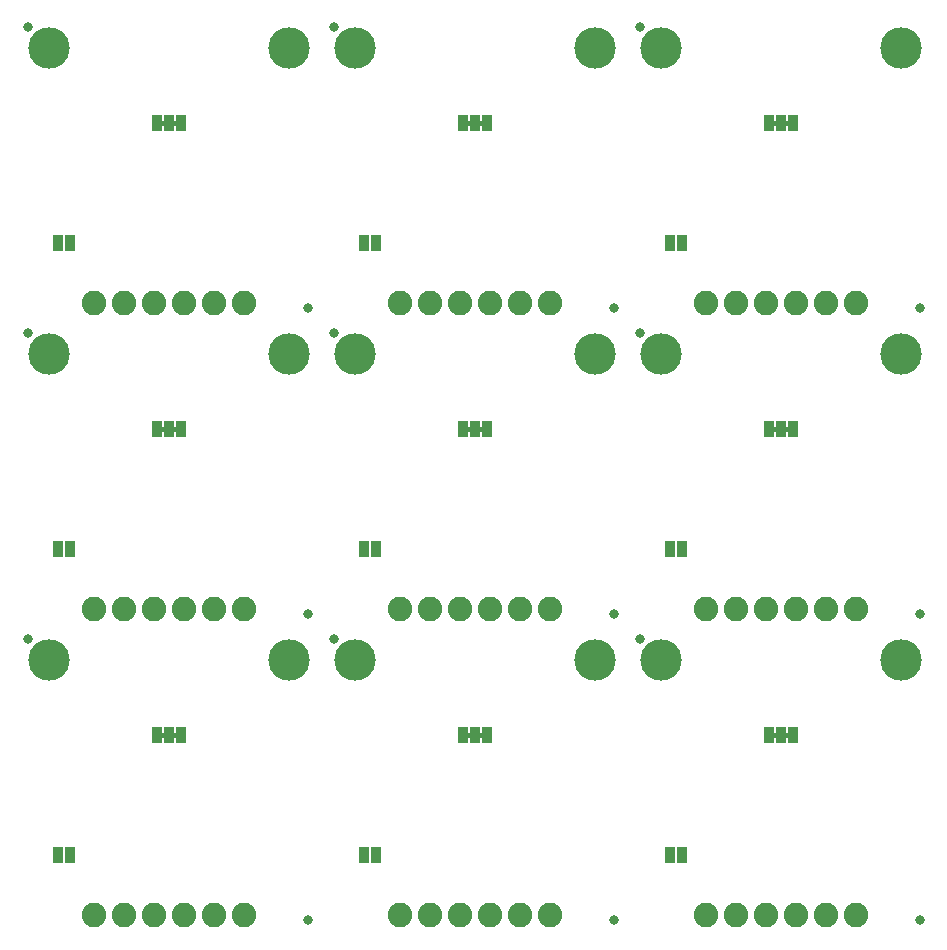
<source format=gbs>
G75*
%MOIN*%
%OFA0B0*%
%FSLAX25Y25*%
%IPPOS*%
%LPD*%
%AMOC8*
5,1,8,0,0,1.08239X$1,22.5*
%
%ADD10C,0.13800*%
%ADD11R,0.03300X0.05800*%
%ADD12C,0.00500*%
%ADD13C,0.08200*%
%ADD14C,0.03300*%
D10*
X0038500Y0118500D03*
X0118500Y0118500D03*
X0140500Y0118500D03*
X0220500Y0118500D03*
X0242500Y0118500D03*
X0322500Y0118500D03*
X0322500Y0220500D03*
X0242500Y0220500D03*
X0220500Y0220500D03*
X0140500Y0220500D03*
X0118500Y0220500D03*
X0038500Y0220500D03*
X0038500Y0322500D03*
X0118500Y0322500D03*
X0140500Y0322500D03*
X0220500Y0322500D03*
X0242500Y0322500D03*
X0322500Y0322500D03*
D11*
X0286500Y0297500D03*
X0282500Y0297500D03*
X0278500Y0297500D03*
X0249500Y0257500D03*
X0245500Y0257500D03*
X0278500Y0195500D03*
X0282500Y0195500D03*
X0286500Y0195500D03*
X0249500Y0155500D03*
X0245500Y0155500D03*
X0184500Y0195500D03*
X0180500Y0195500D03*
X0176500Y0195500D03*
X0147500Y0155500D03*
X0143500Y0155500D03*
X0082500Y0195500D03*
X0078500Y0195500D03*
X0074500Y0195500D03*
X0045500Y0155500D03*
X0041500Y0155500D03*
X0074500Y0093500D03*
X0078500Y0093500D03*
X0082500Y0093500D03*
X0045500Y0053500D03*
X0041500Y0053500D03*
X0143500Y0053500D03*
X0147500Y0053500D03*
X0176500Y0093500D03*
X0180500Y0093500D03*
X0184500Y0093500D03*
X0245500Y0053500D03*
X0249500Y0053500D03*
X0278500Y0093500D03*
X0282500Y0093500D03*
X0286500Y0093500D03*
X0147500Y0257500D03*
X0143500Y0257500D03*
X0176500Y0297500D03*
X0180500Y0297500D03*
X0184500Y0297500D03*
X0082500Y0297500D03*
X0078500Y0297500D03*
X0074500Y0297500D03*
X0045500Y0257500D03*
X0041500Y0257500D03*
D12*
X0075750Y0297000D02*
X0077250Y0297000D01*
X0077250Y0298000D01*
X0075750Y0298000D01*
X0075750Y0297000D01*
X0075750Y0297198D02*
X0077250Y0297198D01*
X0077250Y0297696D02*
X0075750Y0297696D01*
X0079750Y0297696D02*
X0081250Y0297696D01*
X0081250Y0298000D02*
X0081250Y0297000D01*
X0079750Y0297000D01*
X0079750Y0298000D01*
X0081250Y0298000D01*
X0081250Y0297198D02*
X0079750Y0297198D01*
X0177750Y0297198D02*
X0179250Y0297198D01*
X0179250Y0297000D02*
X0179250Y0298000D01*
X0177750Y0298000D01*
X0177750Y0297000D01*
X0179250Y0297000D01*
X0179250Y0297696D02*
X0177750Y0297696D01*
X0181750Y0297696D02*
X0183250Y0297696D01*
X0183250Y0298000D02*
X0183250Y0297000D01*
X0181750Y0297000D01*
X0181750Y0298000D01*
X0183250Y0298000D01*
X0183250Y0297198D02*
X0181750Y0297198D01*
X0279750Y0297198D02*
X0281250Y0297198D01*
X0281250Y0297000D02*
X0281250Y0298000D01*
X0279750Y0298000D01*
X0279750Y0297000D01*
X0281250Y0297000D01*
X0281250Y0297696D02*
X0279750Y0297696D01*
X0283750Y0297696D02*
X0285250Y0297696D01*
X0285250Y0298000D02*
X0285250Y0297000D01*
X0283750Y0297000D01*
X0283750Y0298000D01*
X0285250Y0298000D01*
X0285250Y0297198D02*
X0283750Y0297198D01*
X0283750Y0196000D02*
X0283750Y0195000D01*
X0285250Y0195000D01*
X0285250Y0196000D01*
X0283750Y0196000D01*
X0285250Y0196000D01*
X0285250Y0195501D02*
X0283750Y0195501D01*
X0283750Y0195003D02*
X0285250Y0195003D01*
X0281250Y0195003D02*
X0279750Y0195003D01*
X0279750Y0195000D02*
X0281250Y0195000D01*
X0281250Y0196000D01*
X0279750Y0196000D01*
X0279750Y0195000D01*
X0279750Y0195501D02*
X0281250Y0195501D01*
X0281250Y0196000D02*
X0279750Y0196000D01*
X0183250Y0196000D02*
X0181750Y0196000D01*
X0181750Y0195000D01*
X0183250Y0195000D01*
X0183250Y0196000D01*
X0181750Y0196000D01*
X0181750Y0195501D02*
X0183250Y0195501D01*
X0183250Y0195003D02*
X0181750Y0195003D01*
X0179250Y0195003D02*
X0177750Y0195003D01*
X0177750Y0195000D02*
X0179250Y0195000D01*
X0179250Y0196000D01*
X0177750Y0196000D01*
X0177750Y0195000D01*
X0177750Y0195501D02*
X0179250Y0195501D01*
X0179250Y0196000D02*
X0177750Y0196000D01*
X0081250Y0196000D02*
X0079750Y0196000D01*
X0079750Y0195000D01*
X0081250Y0195000D01*
X0081250Y0196000D01*
X0079750Y0196000D01*
X0079750Y0195501D02*
X0081250Y0195501D01*
X0081250Y0195003D02*
X0079750Y0195003D01*
X0077250Y0195003D02*
X0075750Y0195003D01*
X0075750Y0195000D02*
X0077250Y0195000D01*
X0077250Y0196000D01*
X0075750Y0196000D01*
X0075750Y0195000D01*
X0075750Y0195501D02*
X0077250Y0195501D01*
X0077250Y0196000D02*
X0075750Y0196000D01*
X0075750Y0094000D02*
X0075750Y0093000D01*
X0077250Y0093000D01*
X0077250Y0094000D01*
X0075750Y0094000D01*
X0075750Y0093805D02*
X0077250Y0093805D01*
X0077250Y0093306D02*
X0075750Y0093306D01*
X0079750Y0093306D02*
X0081250Y0093306D01*
X0081250Y0093000D02*
X0081250Y0094000D01*
X0079750Y0094000D01*
X0079750Y0093000D01*
X0081250Y0093000D01*
X0081250Y0093805D02*
X0079750Y0093805D01*
X0177750Y0093805D02*
X0179250Y0093805D01*
X0179250Y0094000D02*
X0179250Y0093000D01*
X0177750Y0093000D01*
X0177750Y0094000D01*
X0179250Y0094000D01*
X0179250Y0093306D02*
X0177750Y0093306D01*
X0181750Y0093306D02*
X0183250Y0093306D01*
X0183250Y0093000D02*
X0183250Y0094000D01*
X0181750Y0094000D01*
X0181750Y0093000D01*
X0183250Y0093000D01*
X0183250Y0093805D02*
X0181750Y0093805D01*
X0279750Y0093805D02*
X0281250Y0093805D01*
X0281250Y0094000D02*
X0281250Y0093000D01*
X0279750Y0093000D01*
X0279750Y0094000D01*
X0281250Y0094000D01*
X0281250Y0093306D02*
X0279750Y0093306D01*
X0283750Y0093306D02*
X0285250Y0093306D01*
X0285250Y0093000D02*
X0285250Y0094000D01*
X0283750Y0094000D01*
X0283750Y0093000D01*
X0285250Y0093000D01*
X0285250Y0093805D02*
X0283750Y0093805D01*
D13*
X0053500Y0033500D03*
X0063500Y0033500D03*
X0073500Y0033500D03*
X0083500Y0033500D03*
X0093500Y0033500D03*
X0103500Y0033500D03*
X0155500Y0033500D03*
X0165500Y0033500D03*
X0175500Y0033500D03*
X0185500Y0033500D03*
X0195500Y0033500D03*
X0205500Y0033500D03*
X0257500Y0033500D03*
X0267500Y0033500D03*
X0277500Y0033500D03*
X0287500Y0033500D03*
X0297500Y0033500D03*
X0307500Y0033500D03*
X0307500Y0135500D03*
X0297500Y0135500D03*
X0287500Y0135500D03*
X0277500Y0135500D03*
X0267500Y0135500D03*
X0257500Y0135500D03*
X0205500Y0135500D03*
X0195500Y0135500D03*
X0185500Y0135500D03*
X0175500Y0135500D03*
X0165500Y0135500D03*
X0155500Y0135500D03*
X0103500Y0135500D03*
X0093500Y0135500D03*
X0083500Y0135500D03*
X0073500Y0135500D03*
X0063500Y0135500D03*
X0053500Y0135500D03*
X0053500Y0237500D03*
X0063500Y0237500D03*
X0073500Y0237500D03*
X0083500Y0237500D03*
X0093500Y0237500D03*
X0103500Y0237500D03*
X0155500Y0237500D03*
X0165500Y0237500D03*
X0175500Y0237500D03*
X0185500Y0237500D03*
X0195500Y0237500D03*
X0205500Y0237500D03*
X0257500Y0237500D03*
X0267500Y0237500D03*
X0277500Y0237500D03*
X0287500Y0237500D03*
X0297500Y0237500D03*
X0307500Y0237500D03*
D14*
X0329000Y0236000D03*
X0235500Y0227500D03*
X0227000Y0236000D03*
X0235500Y0329500D03*
X0133500Y0329500D03*
X0125000Y0236000D03*
X0133500Y0227500D03*
X0125000Y0134000D03*
X0133500Y0125500D03*
X0125000Y0032000D03*
X0031500Y0125500D03*
X0031500Y0227500D03*
X0031500Y0329500D03*
X0227000Y0134000D03*
X0235500Y0125500D03*
X0227000Y0032000D03*
X0329000Y0032000D03*
X0329000Y0134000D03*
M02*

</source>
